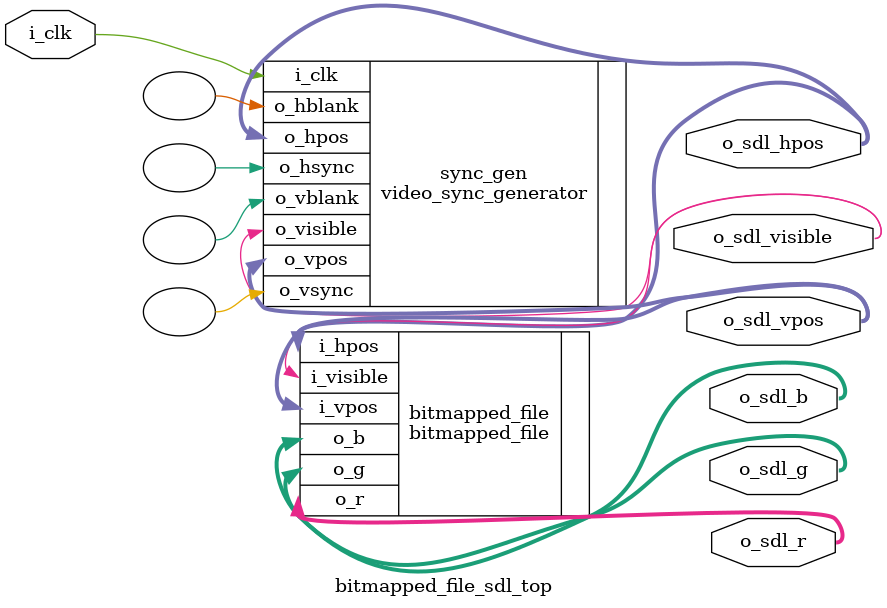
<source format=v>
`default_nettype none

module bitmapped_file_sdl_top (
  input wire          i_clk,
  output wire [9:0]   o_sdl_hpos,
  output wire [9:0]   o_sdl_vpos,
  output wire         o_sdl_visible,
  output wire [7:0]   o_sdl_r,
  output wire [7:0]   o_sdl_g,
  output wire [7:0]   o_sdl_b
);
  
  video_sync_generator sync_gen (
    .i_clk(i_clk),
    .o_hsync(),
    .o_hblank(),
    .o_vsync(),
    .o_vblank(),
    .o_hpos(o_sdl_hpos),
    .o_vpos(o_sdl_vpos),
    .o_visible(o_sdl_visible)
  );

  bitmapped_file bitmapped_file (
    .i_hpos(o_sdl_hpos),
    .i_vpos(o_sdl_vpos),
    .i_visible(o_sdl_visible),
    .o_r(o_sdl_r),
    .o_g(o_sdl_g),
    .o_b(o_sdl_b)
  );

endmodule

</source>
